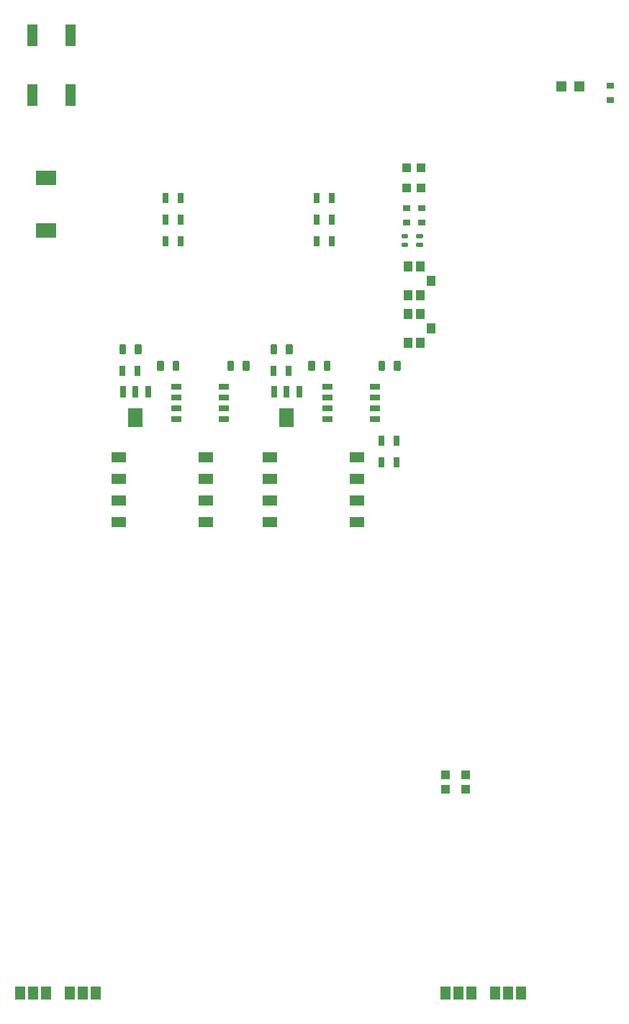
<source format=gtp>
G75*
%MOIN*%
%OFA0B0*%
%FSLAX25Y25*%
%IPPOS*%
%LPD*%
%AMOC8*
5,1,8,0,0,1.08239X$1,22.5*
%
%ADD10R,0.05000X0.02500*%
%ADD11R,0.07087X0.04724*%
%ADD12R,0.03150X0.05512*%
%ADD13R,0.07087X0.08661*%
%ADD14R,0.03150X0.04724*%
%ADD15C,0.00945*%
%ADD16R,0.03937X0.04331*%
%ADD17R,0.04331X0.03937*%
%ADD18R,0.04600X0.06300*%
%ADD19R,0.05118X0.10236*%
%ADD20R,0.04724X0.04724*%
%ADD21R,0.03700X0.03000*%
%ADD22R,0.09449X0.07087*%
%ADD23R,0.04134X0.04528*%
%ADD24C,0.00984*%
D10*
X0122500Y0329500D03*
X0122500Y0334500D03*
X0122500Y0339500D03*
X0122500Y0344500D03*
X0144500Y0344500D03*
X0144500Y0339500D03*
X0144500Y0334500D03*
X0144500Y0329500D03*
X0192500Y0329500D03*
X0192500Y0334500D03*
X0192500Y0339500D03*
X0192500Y0344500D03*
X0214500Y0344500D03*
X0214500Y0339500D03*
X0214500Y0334500D03*
X0214500Y0329500D03*
D11*
X0206079Y0312000D03*
X0206079Y0302000D03*
X0206079Y0292000D03*
X0206079Y0282000D03*
X0165921Y0282000D03*
X0165921Y0292000D03*
X0165921Y0302000D03*
X0165921Y0312000D03*
X0136079Y0312000D03*
X0136079Y0302000D03*
X0136079Y0292000D03*
X0136079Y0282000D03*
X0095921Y0282000D03*
X0095921Y0292000D03*
X0095921Y0302000D03*
X0095921Y0312000D03*
D12*
X0097594Y0342295D03*
X0103500Y0342295D03*
X0109406Y0342295D03*
X0167594Y0342295D03*
X0173500Y0342295D03*
X0179406Y0342295D03*
D13*
X0173500Y0330169D03*
X0103500Y0330169D03*
D14*
X0104543Y0352000D03*
X0097457Y0352000D03*
X0117457Y0412000D03*
X0124543Y0412000D03*
X0124543Y0422000D03*
X0117457Y0422000D03*
X0117457Y0432000D03*
X0124543Y0432000D03*
X0187457Y0432000D03*
X0194543Y0432000D03*
X0194543Y0422000D03*
X0187457Y0422000D03*
X0187457Y0412000D03*
X0194543Y0412000D03*
X0174543Y0352000D03*
X0167457Y0352000D03*
X0217457Y0319500D03*
X0224543Y0319500D03*
X0224543Y0309500D03*
X0217457Y0309500D03*
D15*
X0218560Y0352708D02*
X0216354Y0352708D01*
X0216354Y0356292D01*
X0218560Y0356292D01*
X0218560Y0352708D01*
X0218560Y0353652D02*
X0216354Y0353652D01*
X0216354Y0354596D02*
X0218560Y0354596D01*
X0218560Y0355540D02*
X0216354Y0355540D01*
X0223440Y0352708D02*
X0225646Y0352708D01*
X0223440Y0352708D02*
X0223440Y0356292D01*
X0225646Y0356292D01*
X0225646Y0352708D01*
X0225646Y0353652D02*
X0223440Y0353652D01*
X0223440Y0354596D02*
X0225646Y0354596D01*
X0225646Y0355540D02*
X0223440Y0355540D01*
X0193146Y0356292D02*
X0190940Y0356292D01*
X0193146Y0356292D02*
X0193146Y0352708D01*
X0190940Y0352708D01*
X0190940Y0356292D01*
X0190940Y0353652D02*
X0193146Y0353652D01*
X0193146Y0354596D02*
X0190940Y0354596D01*
X0190940Y0355540D02*
X0193146Y0355540D01*
X0186060Y0356292D02*
X0183854Y0356292D01*
X0186060Y0356292D02*
X0186060Y0352708D01*
X0183854Y0352708D01*
X0183854Y0356292D01*
X0183854Y0353652D02*
X0186060Y0353652D01*
X0186060Y0354596D02*
X0183854Y0354596D01*
X0183854Y0355540D02*
X0186060Y0355540D01*
X0175646Y0360208D02*
X0173440Y0360208D01*
X0173440Y0363792D01*
X0175646Y0363792D01*
X0175646Y0360208D01*
X0175646Y0361152D02*
X0173440Y0361152D01*
X0173440Y0362096D02*
X0175646Y0362096D01*
X0175646Y0363040D02*
X0173440Y0363040D01*
X0168560Y0360208D02*
X0166354Y0360208D01*
X0166354Y0363792D01*
X0168560Y0363792D01*
X0168560Y0360208D01*
X0168560Y0361152D02*
X0166354Y0361152D01*
X0166354Y0362096D02*
X0168560Y0362096D01*
X0168560Y0363040D02*
X0166354Y0363040D01*
X0155646Y0352708D02*
X0153440Y0352708D01*
X0153440Y0356292D01*
X0155646Y0356292D01*
X0155646Y0352708D01*
X0155646Y0353652D02*
X0153440Y0353652D01*
X0153440Y0354596D02*
X0155646Y0354596D01*
X0155646Y0355540D02*
X0153440Y0355540D01*
X0148560Y0352708D02*
X0146354Y0352708D01*
X0146354Y0356292D01*
X0148560Y0356292D01*
X0148560Y0352708D01*
X0148560Y0353652D02*
X0146354Y0353652D01*
X0146354Y0354596D02*
X0148560Y0354596D01*
X0148560Y0355540D02*
X0146354Y0355540D01*
X0123146Y0356292D02*
X0120940Y0356292D01*
X0123146Y0356292D02*
X0123146Y0352708D01*
X0120940Y0352708D01*
X0120940Y0356292D01*
X0120940Y0353652D02*
X0123146Y0353652D01*
X0123146Y0354596D02*
X0120940Y0354596D01*
X0120940Y0355540D02*
X0123146Y0355540D01*
X0116060Y0356292D02*
X0113854Y0356292D01*
X0116060Y0356292D02*
X0116060Y0352708D01*
X0113854Y0352708D01*
X0113854Y0356292D01*
X0113854Y0353652D02*
X0116060Y0353652D01*
X0116060Y0354596D02*
X0113854Y0354596D01*
X0113854Y0355540D02*
X0116060Y0355540D01*
X0105646Y0360208D02*
X0103440Y0360208D01*
X0103440Y0363792D01*
X0105646Y0363792D01*
X0105646Y0360208D01*
X0105646Y0361152D02*
X0103440Y0361152D01*
X0103440Y0362096D02*
X0105646Y0362096D01*
X0105646Y0363040D02*
X0103440Y0363040D01*
X0098560Y0360208D02*
X0096354Y0360208D01*
X0096354Y0363792D01*
X0098560Y0363792D01*
X0098560Y0360208D01*
X0098560Y0361152D02*
X0096354Y0361152D01*
X0096354Y0362096D02*
X0098560Y0362096D01*
X0098560Y0363040D02*
X0096354Y0363040D01*
D16*
X0247000Y0164846D03*
X0247000Y0158154D03*
X0256500Y0158154D03*
X0256500Y0164846D03*
D17*
X0235846Y0436500D03*
X0229154Y0436500D03*
X0229154Y0446000D03*
X0235846Y0446000D03*
D18*
X0050000Y0064000D03*
X0056000Y0064000D03*
X0062000Y0064000D03*
X0073000Y0064000D03*
X0079000Y0064000D03*
X0085000Y0064000D03*
X0247000Y0064000D03*
X0253000Y0064000D03*
X0259000Y0064000D03*
X0270000Y0064000D03*
X0276000Y0064000D03*
X0282000Y0064000D03*
D19*
X0073358Y0479720D03*
X0055642Y0479720D03*
X0055642Y0507280D03*
X0073358Y0507280D03*
D20*
X0300866Y0483500D03*
X0309134Y0483500D03*
D21*
X0323500Y0483800D03*
X0323500Y0477200D03*
X0236000Y0427300D03*
X0236000Y0420700D03*
X0229000Y0420700D03*
X0229000Y0427300D03*
D22*
X0062000Y0416795D03*
X0062000Y0441205D03*
D23*
X0229646Y0400094D03*
X0235354Y0400094D03*
X0240374Y0393500D03*
X0235354Y0386906D03*
X0229646Y0386906D03*
X0229646Y0378094D03*
X0235354Y0378094D03*
X0240374Y0371500D03*
X0235354Y0364906D03*
X0229646Y0364906D03*
D24*
X0227071Y0410039D02*
X0227071Y0411023D01*
X0229237Y0411023D01*
X0229237Y0410039D01*
X0227071Y0410039D01*
X0227071Y0411022D02*
X0229237Y0411022D01*
X0227071Y0413977D02*
X0227071Y0414961D01*
X0229237Y0414961D01*
X0229237Y0413977D01*
X0227071Y0413977D01*
X0227071Y0414960D02*
X0229237Y0414960D01*
X0233763Y0414961D02*
X0233763Y0413977D01*
X0233763Y0414961D02*
X0235929Y0414961D01*
X0235929Y0413977D01*
X0233763Y0413977D01*
X0233763Y0414960D02*
X0235929Y0414960D01*
X0233763Y0411023D02*
X0233763Y0410039D01*
X0233763Y0411023D02*
X0235929Y0411023D01*
X0235929Y0410039D01*
X0233763Y0410039D01*
X0233763Y0411022D02*
X0235929Y0411022D01*
M02*

</source>
